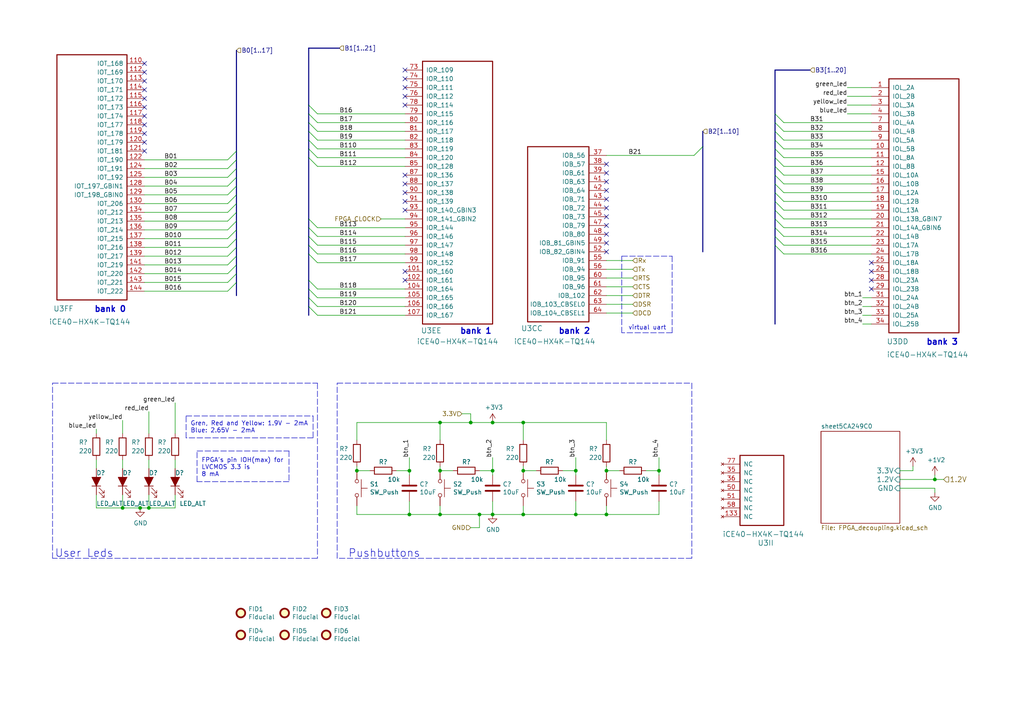
<source format=kicad_sch>
(kicad_sch (version 20231120) (generator "eeschema") (generator_version "8.0")
  (paper "A4")
  (title_block (title "FPGA Banks") (date "2020-04-19") (rev "1.2") (company "UTN - Facultad Regional Haedo - Grupo ASE"))
  (junction (at 127.635 149.225))
  (junction (at 191.135 136.525))
  (junction (at 151.765 122.555))
  (junction (at 175.895 149.225))
  (junction (at 142.875 136.525))
  (junction (at 40.64 147.32))
  (junction (at 167.005 136.525))
  (junction (at 35.56 147.32))
  (junction (at 127.635 122.555))
  (junction (at 127.635 136.525))
  (junction (at 271.145 139.065))
  (junction (at 136.525 122.555))
  (junction (at 151.765 149.225))
  (junction (at 118.745 149.225))
  (junction (at 175.895 136.525))
  (junction (at 167.005 149.225))
  (junction (at 43.18 147.32))
  (junction (at 139.065 149.225))
  (junction (at 151.765 136.525))
  (junction (at 142.875 122.555))
  (junction (at 103.505 136.525))
  (junction (at 118.745 136.525))
  (junction (at 142.875 149.225))
  (no_connect (at 41.91 18.415))
  (no_connect (at 175.895 47.625))
  (no_connect (at 41.91 33.655))
  (no_connect (at 252.73 81.28))
  (no_connect (at 41.91 36.195))
  (no_connect (at 175.895 65.405))
  (no_connect (at 175.895 70.485))
  (no_connect (at 252.73 76.2))
  (no_connect (at 175.895 73.025))
  (no_connect (at 41.91 23.495))
  (no_connect (at 117.475 30.48))
  (no_connect (at 175.895 55.245))
  (no_connect (at 117.475 27.94))
  (no_connect (at 175.895 60.325))
  (no_connect (at 117.475 58.42))
  (no_connect (at 41.91 38.735))
  (no_connect (at 117.475 25.4))
  (no_connect (at 117.475 22.86))
  (no_connect (at 117.475 55.88))
  (no_connect (at 41.91 43.815))
  (no_connect (at 41.91 20.955))
  (no_connect (at 117.475 60.96))
  (no_connect (at 252.73 83.82))
  (no_connect (at 41.91 28.575))
  (no_connect (at 41.91 31.115))
  (no_connect (at 117.475 50.8))
  (no_connect (at 117.475 53.34))
  (no_connect (at 117.475 20.32))
  (no_connect (at 41.91 26.035))
  (no_connect (at 175.895 52.705))
  (no_connect (at 175.895 67.945))
  (no_connect (at 117.475 78.74))
  (no_connect (at 252.73 78.74))
  (no_connect (at 41.91 41.275))
  (no_connect (at 175.895 50.165))
  (no_connect (at 175.895 57.785))
  (no_connect (at 117.475 81.28))
  (no_connect (at 175.895 62.865))
  (bus_entry (at 66.04 46.355) (size 2.54 -2.54))
  (bus_entry (at 224.79 33.02) (size 2.54 2.54))
  (bus_entry (at 89.535 45.72) (size 2.54 2.54))
  (bus_entry (at 66.04 53.975) (size 2.54 -2.54))
  (bus_entry (at 224.79 38.1) (size 2.54 2.54))
  (bus_entry (at 66.04 64.135) (size 2.54 -2.54))
  (bus_entry (at 66.04 71.755) (size 2.54 -2.54))
  (bus_entry (at 224.79 35.56) (size 2.54 2.54))
  (bus_entry (at 89.535 35.56) (size 2.54 2.54))
  (bus_entry (at 66.04 69.215) (size 2.54 -2.54))
  (bus_entry (at 89.535 81.28) (size 2.54 2.54))
  (bus_entry (at 224.79 48.26) (size 2.54 2.54))
  (bus_entry (at 224.79 68.58) (size 2.54 2.54))
  (bus_entry (at 224.79 40.64) (size 2.54 2.54))
  (bus_entry (at 89.535 83.82) (size 2.54 2.54))
  (bus_entry (at 89.535 73.66) (size 2.54 2.54))
  (bus_entry (at 89.535 33.02) (size 2.54 2.54))
  (bus_entry (at 66.04 81.915) (size 2.54 -2.54))
  (bus_entry (at 224.79 55.88) (size 2.54 2.54))
  (bus_entry (at 224.79 58.42) (size 2.54 2.54))
  (bus_entry (at 89.535 71.12) (size 2.54 2.54))
  (bus_entry (at 224.79 53.34) (size 2.54 2.54))
  (bus_entry (at 66.04 79.375) (size 2.54 -2.54))
  (bus_entry (at 66.04 74.295) (size 2.54 -2.54))
  (bus_entry (at 66.04 84.455) (size 2.54 -2.54))
  (bus_entry (at 89.535 30.48) (size 2.54 2.54))
  (bus_entry (at 89.535 40.64) (size 2.54 2.54))
  (bus_entry (at 224.79 60.96) (size 2.54 2.54))
  (bus_entry (at 224.79 66.04) (size 2.54 2.54))
  (bus_entry (at 89.535 88.9) (size 2.54 2.54))
  (bus_entry (at 89.535 68.58) (size 2.54 2.54))
  (bus_entry (at 89.535 43.18) (size 2.54 2.54))
  (bus_entry (at 89.535 66.04) (size 2.54 2.54))
  (bus_entry (at 66.04 66.675) (size 2.54 -2.54))
  (bus_entry (at 66.04 51.435) (size 2.54 -2.54))
  (bus_entry (at 224.79 71.12) (size 2.54 2.54))
  (bus_entry (at 66.04 61.595) (size 2.54 -2.54))
  (bus_entry (at 66.04 56.515) (size 2.54 -2.54))
  (bus_entry (at 89.535 63.5) (size 2.54 2.54))
  (bus_entry (at 224.79 50.8) (size 2.54 2.54))
  (bus_entry (at 89.535 38.1) (size 2.54 2.54))
  (bus_entry (at 224.79 63.5) (size 2.54 2.54))
  (bus_entry (at 224.79 45.72) (size 2.54 2.54))
  (bus_entry (at 66.04 76.835) (size 2.54 -2.54))
  (bus_entry (at 201.295 45.085) (size 2.54 -2.54))
  (bus_entry (at 89.535 86.36) (size 2.54 2.54))
  (bus_entry (at 66.04 48.895) (size 2.54 -2.54))
  (bus_entry (at 66.04 59.055) (size 2.54 -2.54))
  (bus_entry (at 224.79 43.18) (size 2.54 2.54))
  (wire (pts (xy 175.895 45.085) (xy 201.295 45.085)))
  (wire (pts (xy 163.195 136.525) (xy 167.005 136.525)))
  (wire (pts (xy 92.075 88.9) (xy 117.475 88.9)))
  (bus (pts (xy 89.535 71.12) (xy 89.535 73.66)))
  (wire (pts (xy 118.745 149.225) (xy 127.635 149.225)))
  (wire (pts (xy 92.075 76.2) (xy 117.475 76.2)))
  (bus (pts (xy 68.58 66.675) (xy 68.58 69.215)))
  (wire (pts (xy 41.91 61.595) (xy 66.04 61.595)))
  (polyline (pts (xy 194.945 74.295) (xy 194.945 96.52)) (stroke (width 0) (type dash)))
  (wire (pts (xy 175.895 90.805) (xy 183.515 90.805)))
  (bus (pts (xy 89.535 13.97) (xy 89.535 30.48)))
  (bus (pts (xy 68.58 56.515) (xy 68.58 59.055)))
  (wire (pts (xy 175.895 122.555) (xy 175.895 127.635)))
  (wire (pts (xy 252.73 30.48) (xy 245.745 30.48)))
  (wire (pts (xy 92.075 86.36) (xy 117.475 86.36)))
  (bus (pts (xy 89.535 81.28) (xy 89.535 83.82)))
  (wire (pts (xy 41.91 59.055) (xy 66.04 59.055)))
  (wire (pts (xy 245.745 27.94) (xy 252.73 27.94)))
  (wire (pts (xy 127.635 122.555) (xy 136.525 122.555)))
  (wire (pts (xy 131.445 136.525) (xy 127.635 136.525)))
  (wire (pts (xy 260.985 141.605) (xy 271.145 141.605)))
  (wire (pts (xy 252.73 93.98) (xy 250.19 93.98)))
  (wire (pts (xy 103.505 127.635) (xy 103.505 122.555)))
  (wire (pts (xy 92.075 68.58) (xy 117.475 68.58)))
  (wire (pts (xy 142.875 122.555) (xy 151.765 122.555)))
  (wire (pts (xy 41.91 69.215) (xy 66.04 69.215)))
  (wire (pts (xy 50.8 116.84) (xy 50.8 125.73)))
  (bus (pts (xy 224.79 68.58) (xy 224.79 71.12)))
  (wire (pts (xy 175.895 88.265) (xy 183.515 88.265)))
  (wire (pts (xy 139.065 136.525) (xy 142.875 136.525)))
  (wire (pts (xy 92.075 40.64) (xy 117.475 40.64)))
  (wire (pts (xy 227.33 38.1) (xy 252.73 38.1)))
  (polyline (pts (xy 53.975 127) (xy 53.975 120.65)) (stroke (width 0) (type dash)))
  (wire (pts (xy 92.075 35.56) (xy 117.475 35.56)))
  (wire (pts (xy 35.56 133.35) (xy 35.56 135.89)))
  (wire (pts (xy 252.73 33.02) (xy 245.745 33.02)))
  (bus (pts (xy 89.535 30.48) (xy 89.535 33.02)))
  (wire (pts (xy 136.525 120.015) (xy 136.525 122.555)))
  (wire (pts (xy 264.795 136.525) (xy 264.795 135.255)))
  (bus (pts (xy 68.58 76.835) (xy 68.58 79.375)))
  (wire (pts (xy 167.005 149.225) (xy 167.005 145.415)))
  (polyline (pts (xy 97.79 161.925) (xy 97.79 111.125)) (stroke (width 0) (type dash)))
  (wire (pts (xy 273.685 139.065) (xy 271.145 139.065)))
  (bus (pts (xy 224.79 55.88) (xy 224.79 58.42)))
  (polyline (pts (xy 90.805 127) (xy 53.975 127)) (stroke (width 0) (type dash)))
  (polyline (pts (xy 180.34 74.295) (xy 194.945 74.295)) (stroke (width 0) (type dash)))
  (bus (pts (xy 224.79 43.18) (xy 224.79 45.72)))
  (wire (pts (xy 179.705 136.525) (xy 175.895 136.525)))
  (bus (pts (xy 203.835 42.545) (xy 203.835 73.025)))
  (wire (pts (xy 50.8 147.32) (xy 43.18 147.32)))
  (bus (pts (xy 89.535 45.72) (xy 89.535 63.5)))
  (wire (pts (xy 41.91 71.755) (xy 66.04 71.755)))
  (bus (pts (xy 68.58 14.605) (xy 68.58 43.815)))
  (wire (pts (xy 191.135 132.715) (xy 191.135 136.525)))
  (wire (pts (xy 167.005 132.715) (xy 167.005 136.525)))
  (wire (pts (xy 136.525 153.035) (xy 139.065 153.035)))
  (wire (pts (xy 260.985 136.525) (xy 264.795 136.525)))
  (bus (pts (xy 68.58 64.135) (xy 68.58 66.675)))
  (wire (pts (xy 41.91 46.355) (xy 66.04 46.355)))
  (wire (pts (xy 92.075 91.44) (xy 117.475 91.44)))
  (wire (pts (xy 252.73 91.44) (xy 250.19 91.44)))
  (bus (pts (xy 89.535 86.36) (xy 89.535 88.9)))
  (wire (pts (xy 35.56 143.51) (xy 35.56 147.32)))
  (wire (pts (xy 245.745 25.4) (xy 252.73 25.4)))
  (wire (pts (xy 92.075 73.66) (xy 117.475 73.66)))
  (wire (pts (xy 103.505 146.685) (xy 103.505 149.225)))
  (bus (pts (xy 89.535 88.9) (xy 89.535 91.44)))
  (bus (pts (xy 224.79 63.5) (xy 224.79 66.04)))
  (polyline (pts (xy 53.975 120.65) (xy 90.805 120.65)) (stroke (width 0) (type dash)))
  (wire (pts (xy 227.33 73.66) (xy 252.73 73.66)))
  (wire (pts (xy 227.33 50.8) (xy 252.73 50.8)))
  (wire (pts (xy 41.91 64.135) (xy 66.04 64.135)))
  (wire (pts (xy 142.875 149.225) (xy 139.065 149.225)))
  (wire (pts (xy 136.525 122.555) (xy 142.875 122.555)))
  (polyline (pts (xy 194.945 96.52) (xy 180.34 96.52)) (stroke (width 0) (type dash)))
  (wire (pts (xy 27.94 143.51) (xy 27.94 147.32)))
  (wire (pts (xy 114.935 136.525) (xy 118.745 136.525)))
  (bus (pts (xy 68.58 59.055) (xy 68.58 61.595)))
  (wire (pts (xy 41.91 74.295) (xy 66.04 74.295)))
  (wire (pts (xy 175.895 83.185) (xy 183.515 83.185)))
  (bus (pts (xy 89.535 83.82) (xy 89.535 86.36)))
  (wire (pts (xy 227.33 35.56) (xy 252.73 35.56)))
  (bus (pts (xy 68.58 46.355) (xy 68.58 48.895)))
  (wire (pts (xy 227.33 58.42) (xy 252.73 58.42)))
  (bus (pts (xy 89.535 63.5) (xy 89.535 66.04)))
  (wire (pts (xy 142.875 149.225) (xy 142.875 145.415)))
  (wire (pts (xy 139.065 149.225) (xy 127.635 149.225)))
  (wire (pts (xy 117.475 63.5) (xy 110.49 63.5)))
  (wire (pts (xy 191.135 137.795) (xy 191.135 136.525)))
  (polyline (pts (xy 92.075 161.925) (xy 15.24 161.925)) (stroke (width 0) (type dash)))
  (wire (pts (xy 127.635 127.635) (xy 127.635 122.555)))
  (wire (pts (xy 151.765 146.685) (xy 151.765 149.225)))
  (wire (pts (xy 92.075 66.04) (xy 117.475 66.04)))
  (wire (pts (xy 41.91 51.435) (xy 66.04 51.435)))
  (bus (pts (xy 68.58 69.215) (xy 68.58 71.755)))
  (wire (pts (xy 191.135 149.225) (xy 175.895 149.225)))
  (bus (pts (xy 89.535 13.97) (xy 98.425 13.97)))
  (bus (pts (xy 89.535 38.1) (xy 89.535 40.64)))
  (polyline (pts (xy 57.15 139.7) (xy 57.15 130.81)) (stroke (width 0) (type dash)))
  (polyline (pts (xy 200.66 161.925) (xy 97.79 161.925)) (stroke (width 0) (type dash)))
  (wire (pts (xy 43.18 147.32) (xy 40.64 147.32)))
  (wire (pts (xy 41.91 48.895) (xy 66.04 48.895)))
  (wire (pts (xy 175.895 78.105) (xy 183.515 78.105)))
  (bus (pts (xy 224.79 58.42) (xy 224.79 60.96)))
  (bus (pts (xy 68.58 61.595) (xy 68.58 64.135)))
  (bus (pts (xy 203.835 38.1) (xy 203.835 42.545)))
  (wire (pts (xy 92.075 33.02) (xy 117.475 33.02)))
  (bus (pts (xy 224.79 40.64) (xy 224.79 43.18)))
  (wire (pts (xy 66.04 84.455) (xy 41.91 84.455)))
  (wire (pts (xy 41.91 53.975) (xy 66.04 53.975)))
  (wire (pts (xy 92.075 83.82) (xy 117.475 83.82)))
  (bus (pts (xy 224.79 71.12) (xy 224.79 93.98)))
  (wire (pts (xy 175.895 80.645) (xy 183.515 80.645)))
  (bus (pts (xy 68.58 51.435) (xy 68.58 53.975)))
  (bus (pts (xy 68.58 48.895) (xy 68.58 51.435)))
  (bus (pts (xy 224.79 53.34) (xy 224.79 55.88)))
  (wire (pts (xy 175.895 135.255) (xy 175.895 136.525)))
  (bus (pts (xy 89.535 73.66) (xy 89.535 81.28)))
  (wire (pts (xy 252.73 88.9) (xy 250.19 88.9)))
  (wire (pts (xy 187.325 136.525) (xy 191.135 136.525)))
  (wire (pts (xy 43.18 143.51) (xy 43.18 147.32)))
  (bus (pts (xy 224.79 48.26) (xy 224.79 50.8)))
  (bus (pts (xy 89.535 33.02) (xy 89.535 35.56)))
  (wire (pts (xy 118.745 149.225) (xy 118.745 145.415)))
  (wire (pts (xy 227.33 60.96) (xy 252.73 60.96)))
  (wire (pts (xy 92.075 43.18) (xy 117.475 43.18)))
  (wire (pts (xy 103.505 149.225) (xy 118.745 149.225)))
  (wire (pts (xy 27.94 125.73) (xy 27.94 124.46)))
  (bus (pts (xy 68.58 79.375) (xy 68.58 81.915)))
  (wire (pts (xy 227.33 48.26) (xy 252.73 48.26)))
  (wire (pts (xy 271.145 141.605) (xy 271.145 142.875)))
  (bus (pts (xy 89.535 43.18) (xy 89.535 45.72)))
  (wire (pts (xy 227.33 66.04) (xy 252.73 66.04)))
  (wire (pts (xy 227.33 43.18) (xy 252.73 43.18)))
  (bus (pts (xy 68.58 81.915) (xy 68.58 85.725)))
  (wire (pts (xy 151.765 135.255) (xy 151.765 136.525)))
  (wire (pts (xy 41.91 66.675) (xy 66.04 66.675)))
  (wire (pts (xy 35.56 121.92) (xy 35.56 125.73)))
  (bus (pts (xy 89.535 35.56) (xy 89.535 38.1)))
  (wire (pts (xy 227.33 68.58) (xy 252.73 68.58)))
  (wire (pts (xy 191.135 149.225) (xy 191.135 145.415)))
  (bus (pts (xy 89.535 66.04) (xy 89.535 68.58)))
  (wire (pts (xy 41.91 79.375) (xy 66.04 79.375)))
  (bus (pts (xy 224.79 20.32) (xy 234.95 20.32)))
  (wire (pts (xy 142.875 132.715) (xy 142.875 136.525)))
  (bus (pts (xy 224.79 45.72) (xy 224.79 48.26)))
  (polyline (pts (xy 97.79 111.125) (xy 200.66 111.125)) (stroke (width 0) (type dash)))
  (wire (pts (xy 227.33 53.34) (xy 252.73 53.34)))
  (wire (pts (xy 142.875 149.225) (xy 151.765 149.225)))
  (wire (pts (xy 271.145 139.065) (xy 271.145 137.795)))
  (bus (pts (xy 224.79 60.96) (xy 224.79 63.5)))
  (wire (pts (xy 133.985 120.015) (xy 136.525 120.015)))
  (wire (pts (xy 50.8 133.35) (xy 50.8 135.89)))
  (wire (pts (xy 151.765 127.635) (xy 151.765 122.555)))
  (wire (pts (xy 175.895 75.565) (xy 183.515 75.565)))
  (wire (pts (xy 252.73 86.36) (xy 250.19 86.36)))
  (bus (pts (xy 224.79 33.02) (xy 224.79 35.56)))
  (polyline (pts (xy 92.075 111.125) (xy 92.075 161.925)) (stroke (width 0) (type dash)))
  (wire (pts (xy 175.895 146.685) (xy 175.895 149.225)))
  (wire (pts (xy 260.985 139.065) (xy 271.145 139.065)))
  (wire (pts (xy 103.505 122.555) (xy 127.635 122.555)))
  (wire (pts (xy 139.065 153.035) (xy 139.065 149.225)))
  (wire (pts (xy 107.315 136.525) (xy 103.505 136.525)))
  (bus (pts (xy 68.58 74.295) (xy 68.58 76.835)))
  (wire (pts (xy 50.8 143.51) (xy 50.8 147.32)))
  (bus (pts (xy 224.79 35.56) (xy 224.79 38.1)))
  (wire (pts (xy 227.33 71.12) (xy 252.73 71.12)))
  (wire (pts (xy 92.075 38.1) (xy 117.475 38.1)))
  (wire (pts (xy 175.895 85.725) (xy 183.515 85.725)))
  (wire (pts (xy 167.005 137.795) (xy 167.005 136.525)))
  (bus (pts (xy 224.79 66.04) (xy 224.79 68.58)))
  (wire (pts (xy 41.91 76.835) (xy 66.04 76.835)))
  (wire (pts (xy 103.505 135.255) (xy 103.505 136.525)))
  (polyline (pts (xy 180.34 96.52) (xy 180.34 74.295)) (stroke (width 0) (type dash)))
  (wire (pts (xy 227.33 63.5) (xy 252.73 63.5)))
  (wire (pts (xy 127.635 146.685) (xy 127.635 149.225)))
  (wire (pts (xy 27.94 147.32) (xy 35.56 147.32)))
  (bus (pts (xy 224.79 38.1) (xy 224.79 40.64)))
  (wire (pts (xy 118.745 136.525) (xy 118.745 132.715)))
  (wire (pts (xy 227.33 40.64) (xy 252.73 40.64)))
  (polyline (pts (xy 200.66 111.125) (xy 200.66 161.925)) (stroke (width 0) (type dash)))
  (wire (pts (xy 227.33 45.72) (xy 252.73 45.72)))
  (bus (pts (xy 89.535 40.64) (xy 89.535 43.18)))
  (bus (pts (xy 89.535 68.58) (xy 89.535 71.12)))
  (wire (pts (xy 127.635 135.255) (xy 127.635 136.525)))
  (wire (pts (xy 167.005 149.225) (xy 151.765 149.225)))
  (polyline (pts (xy 15.24 161.925) (xy 15.24 111.125)) (stroke (width 0) (type dash)))
  (bus (pts (xy 68.58 43.815) (xy 68.58 46.355)))
  (wire (pts (xy 66.04 56.515) (xy 41.91 56.515)))
  (polyline (pts (xy 90.805 120.65) (xy 90.805 127)) (stroke (width 0) (type dash)))
  (polyline (pts (xy 83.82 130.81) (xy 83.82 139.7)) (stroke (width 0) (type dash)))
  (wire (pts (xy 35.56 147.32) (xy 40.64 147.32)))
  (wire (pts (xy 41.91 81.915) (xy 66.04 81.915)))
  (bus (pts (xy 68.58 71.755) (xy 68.58 74.295)))
  (wire (pts (xy 167.005 149.225) (xy 175.895 149.225)))
  (polyline (pts (xy 15.24 111.125) (xy 92.075 111.125)) (stroke (width 0) (type dash)))
  (wire (pts (xy 92.075 71.12) (xy 117.475 71.12)))
  (bus (pts (xy 224.79 20.32) (xy 224.79 33.02)))
  (wire (pts (xy 118.745 137.795) (xy 118.745 136.525)))
  (wire (pts (xy 43.18 133.35) (xy 43.18 135.89)))
  (bus (pts (xy 68.58 53.975) (xy 68.58 56.515)))
  (polyline (pts (xy 57.15 130.81) (xy 83.82 130.81)) (stroke (width 0) (type dash)))
  (wire (pts (xy 155.575 136.525) (xy 151.765 136.525)))
  (wire (pts (xy 92.075 45.72) (xy 117.475 45.72)))
  (wire (pts (xy 142.875 137.795) (xy 142.875 136.525)))
  (bus (pts (xy 224.79 50.8) (xy 224.79 53.34)))
  (wire (pts (xy 227.33 55.88) (xy 252.73 55.88)))
  (wire (pts (xy 43.18 119.38) (xy 43.18 125.73)))
  (wire (pts (xy 27.94 133.35) (xy 27.94 135.89)))
  (wire (pts (xy 151.765 122.555) (xy 175.895 122.555)))
  (wire (pts (xy 92.075 48.26) (xy 117.475 48.26)))
  (polyline (pts (xy 83.82 139.7) (xy 57.15 139.7)) (stroke (width 0) (type dash)))
  (text "virtual uart" (at 182.245 95.885 0) (effects (font (size 1.27 1.27)) (justify left bottom)))
  (text "bank 1" (at 133.35 97.155 0) (effects (font (size 1.7018 1.7018) (thickness 0.3404) (bold yes)) (justify left bottom)))
  (text "bank 0" (at 27.305 90.805 0) (effects (font (size 1.7018 1.7018) (thickness 0.3404) (bold yes)) (justify left bottom)))
  (text "bank 3" (at 268.605 100.33 0) (effects (font (size 1.7018 1.7018) (thickness 0.3404) (bold yes)) (justify left bottom)))
  (text "FPGA's pin IOH(max) for \nLVCMOS 3.3 is \n8 mA" (at 58.42 138.43 0) (effects (font (size 1.27 1.27)) (justify left bottom)))
  (text "Pushbuttons" (at 100.965 161.925 0) (effects (font (size 2.2606 2.2606)) (justify left bottom)))
  (text "bank 2" (at 161.925 97.155 0) (effects (font (size 1.7018 1.7018) (thickness 0.3404) (bold yes)) (justify left bottom)))
  (text "Gren, Red and Yellow: 1.9V - 2mA\nBlue: 2.65V - 2mA" (at 55.245 125.73 0) (effects (font (size 1.27 1.27)) (justify left bottom)))
  (text "User Leds" (at 15.875 161.925 0) (effects (font (size 2.2606 2.2606)) (justify left bottom)))
  (label "B314" (at 234.95 68.58 0))
  (label "blue_led" (at 245.745 33.02 180))
  (label "B34" (at 234.95 43.18 0))
  (label "B118" (at 98.425 83.82 0))
  (label "B32" (at 234.95 38.1 0))
  (label "B110" (at 98.425 43.18 0))
  (label "B120" (at 98.425 88.9 0))
  (label "B315" (at 234.95 71.12 0))
  (label "B311" (at 234.95 60.96 0))
  (label "btn_4" (at 191.135 132.715 90))
  (label "red_led" (at 43.18 119.38 180))
  (label "B33" (at 234.95 40.64 0))
  (label "B112" (at 98.425 48.26 0))
  (label "B111" (at 98.425 45.72 0))
  (label "B37" (at 234.95 50.8 0))
  (label "btn_2" (at 142.875 132.715 90))
  (label "B39" (at 234.95 55.88 0))
  (label "B012" (at 47.625 74.295 0))
  (label "B121" (at 98.425 91.44 0))
  (label "B17" (at 98.425 35.56 0))
  (label "btn_2" (at 250.19 88.9 180))
  (label "B015" (at 47.625 81.915 0))
  (label "B38" (at 234.95 53.34 0))
  (label "B016" (at 47.625 84.455 0))
  (label "B01" (at 47.625 46.355 0))
  (label "B113" (at 98.425 66.04 0))
  (label "B313" (at 234.95 66.04 0))
  (label "B05" (at 47.625 56.515 0))
  (label "B115" (at 98.425 71.12 0))
  (label "green_led" (at 245.745 25.4 180))
  (label "B07" (at 47.625 61.595 0))
  (label "B010" (at 47.625 69.215 0))
  (label "B31" (at 234.95 35.56 0))
  (label "B119" (at 98.425 86.36 0))
  (label "B04" (at 47.625 53.975 0))
  (label "blue_led" (at 27.94 124.46 180))
  (label "B16" (at 98.425 33.02 0))
  (label "btn_4" (at 250.19 93.98 180))
  (label "red_led" (at 245.745 27.94 180))
  (label "B013" (at 47.625 76.835 0))
  (label "btn_1" (at 250.19 86.36 180))
  (label "green_led" (at 50.8 116.84 180))
  (label "B19" (at 98.425 40.64 0))
  (label "B06" (at 47.625 59.055 0))
  (label "yellow_led" (at 245.745 30.48 180))
  (label "B08" (at 47.625 64.135 0))
  (label "yellow_led" (at 35.56 121.92 180))
  (label "B014" (at 47.625 79.375 0))
  (label "B011" (at 47.625 71.755 0))
  (label "btn_3" (at 250.19 91.44 180))
  (label "B02" (at 47.625 48.895 0))
  (label "B09" (at 47.625 66.675 0))
  (label "B36" (at 234.95 48.26 0))
  (label "B117" (at 98.425 76.2 0))
  (label "btn_3" (at 167.005 132.715 90))
  (label "B18" (at 98.425 38.1 0))
  (label "btn_1" (at 118.745 132.715 90))
  (label "B316" (at 234.95 73.66 0))
  (label "B03" (at 47.625 51.435 0))
  (label "B21" (at 182.245 45.085 0))
  (label "B114" (at 98.425 68.58 0))
  (label "B35" (at 234.95 45.72 0))
  (label "B312" (at 234.95 63.5 0))
  (label "B116" (at 98.425 73.66 0))
  (label "B310" (at 234.95 58.42 0))
  (hierarchical_label "Tx" (shape input) (at 183.515 78.105 0))
  (hierarchical_label "B0[1..17]" (shape input) (at 68.58 14.605 0))
  (hierarchical_label "DSR" (shape input) (at 183.515 88.265 0))
  (hierarchical_label "1.2V" (shape input) (at 273.685 139.065 0) (effects (font (size 1.4986 1.4986))))
  (hierarchical_label "GND" (shape input) (at 136.525 153.035 180))
  (hierarchical_label "3.3V" (shape input) (at 133.985 120.015 180))
  (hierarchical_label "DCD" (shape input) (at 183.515 90.805 0))
  (hierarchical_label "B3[1..20]" (shape input) (at 234.95 20.32 0))
  (hierarchical_label "B1[1..21]" (shape input) (at 98.425 13.97 0))
  (hierarchical_label "RTS" (shape input) (at 183.515 80.645 0))
  (hierarchical_label "Rx" (shape input) (at 183.515 75.565 0))
  (hierarchical_label "B2[1..10]" (shape input) (at 203.835 38.1 0))
  (hierarchical_label "FPGA_CLOCK" (shape input) (at 110.49 63.5 180))
  (hierarchical_label "CTS" (shape input) (at 183.515 83.185 0))
  (hierarchical_label "DTR" (shape input) (at 183.515 85.725 0))
  (symbol (lib_id "ice40-hx4k-tq144:iCE40-HX4K-TQ144") (at 175.895 45.085 0) (mirror y) (unit 3)
    (property "Reference" "U3C" (at 157.48 95.25 0) (effects (font (size 1.524 1.524)) (justify left)))
    (property "Value" "iCE40-HX4K-TQ144" (at 172.72 99.06 0) (effects (font (size 1.524 1.524)) (justify left)))
    (property "Footprint" "footprints:QFP50P2200X2200X160-144N" (effects (hide yes)))
    (property "EmptyField" "-" (effects (hide yes)))
    (property "DatasheetName" "iCE40 LP/HX Family" (effects (hide yes)))
    (property "DatasheetLink" "https://ar.mouser.com/datasheet/2/225/FPGA-DS-02029-3-5-iCE40-LP-HX-Family-Data-Sheet-1022803.pdf" (effects (hide yes)))
    (property "Manufacturer" "Lattice" (effects (hide yes)))
    (property "OrderCode" "iCE40HX4K-TQ144" (effects (hide yes)))
    (property "ProviderLink" "https://ar.mouser.com/ProductDetail/Lattice/iCE40HX4K-TQ144?qs=%2Fha2pyFaduhJzbKPIVyuV1AxwgvoWTwReZRNA8sS2pFlkrTUNkMLRQ%3D%3D" (effects (hide yes)))
    (property "ProviderOrderCode" "842-ICE40HX4K-TQ144" (effects (hide yes)))
    (property "ComponentTechnology" "-" (effects (hide yes)))
    (property "Description" "FPGA - Field Programmable Gate Array iCE40HX 3520 LUTs 1.2V Ultra Low-Power" (effects (hide yes)))
  )
  (symbol (lib_id "ice40-hx4k-tq144:iCE40-HX4K-TQ144") (at 252.73 25.4 0) (unit 4)
    (property "Reference" "U3D" (at 257.175 99.06 0) (effects (font (size 1.524 1.524)) (justify left)))
    (property "Value" "iCE40-HX4K-TQ144" (at 257.175 102.87 0) (effects (font (size 1.524 1.524)) (justify left)))
    (property "Footprint" "footprints:QFP50P2200X2200X160-144N" (effects (hide yes)))
    (property "EmptyField" "-" (effects (hide yes)))
    (property "DatasheetName" "iCE40 LP/HX Family" (effects (hide yes)))
    (property "DatasheetLink" "https://ar.mouser.com/datasheet/2/225/FPGA-DS-02029-3-5-iCE40-LP-HX-Family-Data-Sheet-1022803.pdf" (effects (hide yes)))
    (property "Manufacturer" "Lattice" (effects (hide yes)))
    (property "OrderCode" "iCE40HX4K-TQ144" (effects (hide yes)))
    (property "ProviderLink" "https://ar.mouser.com/ProductDetail/Lattice/iCE40HX4K-TQ144?qs=%2Fha2pyFaduhJzbKPIVyuV1AxwgvoWTwReZRNA8sS2pFlkrTUNkMLRQ%3D%3D" (effects (hide yes)))
    (property "ProviderOrderCode" "842-ICE40HX4K-TQ144" (effects (hide yes)))
    (property "ComponentTechnology" "-" (effects (hide yes)))
    (property "Description" "FPGA - Field Programmable Gate Array iCE40HX 3520 LUTs 1.2V Ultra Low-Power" (effects (hide yes)))
  )
  (symbol (lib_id "ice40-hx4k-tq144:iCE40-HX4K-TQ144") (at 117.475 20.32 0) (unit 5)
    (property "Reference" "U3E" (at 125.095 95.885 0) (effects (font (size 1.524 1.524))))
    (property "Value" "iCE40-HX4K-TQ144" (at 132.715 99.06 0) (effects (font (size 1.524 1.524))))
    (property "Footprint" "footprints:QFP50P2200X2200X160-144N" (effects (hide yes)))
    (property "EmptyField" "-" (effects (hide yes)))
    (property "DatasheetName" "iCE40 LP/HX Family" (effects (hide yes)))
    (property "DatasheetLink" "https://ar.mouser.com/datasheet/2/225/FPGA-DS-02029-3-5-iCE40-LP-HX-Family-Data-Sheet-1022803.pdf" (effects (hide yes)))
    (property "Manufacturer" "Lattice" (effects (hide yes)))
    (property "OrderCode" "iCE40HX4K-TQ144" (effects (hide yes)))
    (property "ProviderLink" "https://ar.mouser.com/ProductDetail/Lattice/iCE40HX4K-TQ144?qs=%2Fha2pyFaduhJzbKPIVyuV1AxwgvoWTwReZRNA8sS2pFlkrTUNkMLRQ%3D%3D" (effects (hide yes)))
    (property "ProviderOrderCode" "842-ICE40HX4K-TQ144" (effects (hide yes)))
    (property "ComponentTechnology" "-" (effects (hide yes)))
    (property "Description" "FPGA - Field Programmable Gate Array iCE40HX 3520 LUTs 1.2V Ultra Low-Power" (effects (hide yes)))
  )
  (symbol (lib_id "ice40-hx4k-tq144:iCE40-HX4K-TQ144") (at 41.91 20.955 0) (mirror y) (unit 6)
    (property "Reference" "U3F" (at 18.415 89.535 0) (effects (font (size 1.524 1.524))))
    (property "Value" "iCE40-HX4K-TQ144" (at 26.035 93.345 0) (effects (font (size 1.524 1.524))))
    (property "Footprint" "footprints:QFP50P2200X2200X160-144N" (effects (hide yes)))
    (property "EmptyField" "-" (effects (hide yes)))
    (property "DatasheetName" "iCE40 LP/HX Family" (effects (hide yes)))
    (property "DatasheetLink" "https://ar.mouser.com/datasheet/2/225/FPGA-DS-02029-3-5-iCE40-LP-HX-Family-Data-Sheet-1022803.pdf" (effects (hide yes)))
    (property "Manufacturer" "Lattice" (effects (hide yes)))
    (property "OrderCode" "iCE40HX4K-TQ144" (effects (hide yes)))
    (property "ProviderLink" "https://ar.mouser.com/ProductDetail/Lattice/iCE40HX4K-TQ144?qs=%2Fha2pyFaduhJzbKPIVyuV1AxwgvoWTwReZRNA8sS2pFlkrTUNkMLRQ%3D%3D" (effects (hide yes)))
    (property "ProviderOrderCode" "842-ICE40HX4K-TQ144" (effects (hide yes)))
    (property "ComponentTechnology" "-" (effects (hide yes)))
    (property "Description" "FPGA - Field Programmable Gate Array iCE40HX 3520 LUTs 1.2V Ultra Low-Power" (effects (hide yes)))
  )
  (symbol (lib_id "FPGA para todos-rescue:GND-power-FPGA-para-todos-rescue") (at 40.64 147.32 0) (unit 1)
    (property "Reference" "#PWR0102" (effects (hide yes)))
    (property "Value" "GND" (at 40.767 151.7142 0))
  )
  (symbol (lib_id "FPGA para todos-rescue:SW_Push-Switch-FPGA-para-todos-rescue") (at 103.505 141.605 270) (unit 1)
    (property "Reference" "S1" (at 107.2642 140.4366 90) (effects (justify left)))
    (property "Value" "SW_Push" (at 107.2642 142.748 90) (effects (justify left)))
    (property "Footprint" "footprints:PANASONIC_EVPBF_6MM_SMD" (effects (hide yes)))
    (property "EmptyField" "-" (effects (hide yes)))
    (property "DatasheetName" "6mm Square Middle Travel SMD - Light Touch Switch" (effects (hide yes)))
    (property "DatasheetLink" "https://ar.mouser.com/datasheet/2/315/ATK0000C432-1596775.pdf" (effects (hide yes)))
    (property "Manufacturer" "Panasonic Electronic Components" (effects (hide yes)))
    (property "OrderCode" "EVP-BFAC1A000 " (effects (hide yes)))
    (property "ProviderLink" "https://ar.mouser.com/ProductDetail/Panasonic/EVP-BFAC1A000?qs=%2Fha2pyFaduhQKotS%2Ff94%252BL6nruOHK912WqNsXCVfA9zBw7l2PXLJYA==" (effects (hide yes)))
    (property "ProviderOrderCode" "667-EVP-BFAC1A000 " (effects (hide yes)))
    (property "ComponentTechnology" "-" (effects (hide yes)))
  )
  (symbol (lib_id "FPGA para todos-rescue:+3.3V-power-FPGA-para-todos-rescue") (at 142.875 122.555 0) (unit 1)
    (property "Reference" "#PWR0103" (effects (hide yes)))
    (property "Value" "+3V3" (at 143.256 118.1608 0))
  )
  (symbol (lib_id "FPGA para todos-rescue:GND-power-FPGA-para-todos-rescue") (at 142.875 149.225 0) (unit 1)
    (property "Reference" "#PWR0104" (effects (hide yes)))
    (property "Value" "GND" (at 143.002 153.6192 0))
  )
  (symbol (lib_id "FPGA para todos-rescue:+1V2-power-FPGA-para-todos-rescue") (at 271.145 137.795 0) (unit 1)
    (property "Reference" "#PWR0105" (effects (hide yes)))
    (property "Value" "+1V2" (at 271.526 133.4008 0))
    (instances (project "" (path "" (reference "#PWR?") (unit 1)) (path "" (reference "#PWR0105") (unit 1))))
  )
  (symbol (lib_id "FPGA para todos-rescue:GND-power-FPGA-para-todos-rescue") (at 271.145 142.875 0) (unit 1)
    (property "Reference" "#PWR0132" (effects (hide yes)))
    (property "Value" "GND" (at 271.272 147.2692 0))
  )
  (symbol (lib_id "FPGA para todos-rescue:+3.3V-power-FPGA-para-todos-rescue") (at 264.795 135.255 0) (unit 1)
    (property "Reference" "#PWR0133" (effects (hide yes)))
    (property "Value" "+3V3" (at 265.176 130.8608 0))
  )
  (symbol (lib_id "ice40-hx4k-tq144:iCE40-HX4K-TQ144") (at 209.55 134.62 0) (unit 9)
    (property "Reference" "U3I" (at 219.71 157.48 0) (effects (font (size 1.524 1.524)) (justify left)))
    (property "Value" "iCE40-HX4K-TQ144" (at 209.55 154.94 0) (effects (font (size 1.524 1.524)) (justify left)))
    (property "Footprint" "footprints:QFP50P2200X2200X160-144N" (effects (hide yes)))
    (property "EmptyField" "-" (effects (hide yes)))
    (property "DatasheetName" "iCE40 LP/HX Family" (effects (hide yes)))
    (property "DatasheetLink" "https://ar.mouser.com/datasheet/2/225/FPGA-DS-02029-3-5-iCE40-LP-HX-Family-Data-Sheet-1022803.pdf" (effects (hide yes)))
    (property "Manufacturer" "Lattice" (effects (hide yes)))
    (property "OrderCode" "iCE40HX4K-TQ144" (effects (hide yes)))
    (property "ProviderLink" "https://ar.mouser.com/ProductDetail/Lattice/iCE40HX4K-TQ144?qs=%2Fha2pyFaduhJzbKPIVyuV1AxwgvoWTwReZRNA8sS2pFlkrTUNkMLRQ%3D%3D" (effects (hide yes)))
    (property "ProviderOrderCode" "842-ICE40HX4K-TQ144" (effects (hide yes)))
    (property "ComponentTechnology" "-" (effects (hide yes)))
    (property "Description" "FPGA - Field Programmable Gate Array iCE40HX 3520 LUTs 1.2V Ultra Low-Power" (effects (hide yes)))
  )
  (symbol (lib_id "FPGA para todos-rescue:R-Device-FPGA-para-todos-rescue") (at 103.505 131.445 0) (unit 1)
    (property "Reference" "R?" (at 98.425 130.175 0) (effects (justify left)))
    (property "Value" "220" (at 98.425 132.715 0) (effects (justify left)))
    (property "Footprint" "footprints:R_0805_2012Metric_Pad1.15x1.40mm_HandSolder" (effects (hide yes)))
    (property "EmptyField" "-" (effects (hide yes)))
    (property "DatasheetName" "THIN FILMCHIP RESISTORS High precision-high stability" (effects (hide yes)))
    (property "DatasheetLink" "https://ar.mouser.com/datasheet/2/447/PYu-RT_1-to-0.01_RoHS_L_9-1222720.pdf" (effects (hide yes)))
    (property "Manufacturer" "YAGEO" (effects (hide yes)))
    (property "OrderCode" "RT0805FRE07220RL" (effects (hide yes)))
    (property "ProviderLink" "https://ar.mouser.com/ProductDetail/Yageo/RT0805FRE07220RL?qs=sGAEpiMZZMu61qfTUdNhGzNxiTetzVBnVuRR09dJyS0%3D" (effects (hide yes)))
    (property "ProviderOrderCode" "603-RT0805FRE07220RL" (effects (hide yes)))
    (property "ComponentTechnology" "THIN FILM CHIP RESISTORS" (effects (hide yes)))
    (property "Description" "Thin Film Resistors - SMD 1/8W 220 ohm 1% 50ppm" (effects (hide yes)))
    (instances (project "" (path "" (reference "R?") (unit 1)) (path "" (reference "R?") (unit 1)) (path "" (reference "R8") (unit 1))))
  )
  (symbol (lib_id "FPGA para todos-rescue:R-Device-FPGA-para-todos-rescue") (at 111.125 136.525 270) (unit 1)
    (property "Reference" "R?" (at 109.855 133.985 90) (effects (justify left)))
    (property "Value" "10k" (at 112.395 139.065 90) (effects (justify left)))
    (property "Footprint" "footprints:R_0805_2012Metric_Pad1.15x1.40mm_HandSolder" (effects (hide yes)))
    (property "EmptyField" "-" (effects (hide yes)))
    (property "DatasheetName" "THIN FILMCHIP RESISTORS High precision-high stability" (effects (hide yes)))
    (property "DatasheetLink" "https://ar.mouser.com/datasheet/2/447/PYu-RT_1-to-0.01_RoHS_L_9-1222720.pdf" (effects (hide yes)))
    (property "Manufacturer" "YAGEO" (effects (hide yes)))
    (property "OrderCode" "RT0805FRE0710KL" (effects (hide yes)))
    (property "ProviderLink" "https://ar.mouser.com/ProductDetail/Yageo/RT0805FRE0710KL?qs=sGAEpiMZZMu61qfTUdNhGxEjuuBLd0B41oWml1pU2QE%3D" (effects (hide yes)))
    (property "ProviderOrderCode" "603-RT0805FRE0710KL" (effects (hide yes)))
    (property "ComponentTechnology" "THIN FILMCHIP RESISTORS" (effects (hide yes)))
    (property "Description" "Thin Film Resistors - SMD 1/8W 10K ohm 1% 50ppm " (effects (hide yes)))
    (instances (project "" (path "" (reference "R?") (unit 1)) (path "" (reference "R?") (unit 1)) (path "" (reference "R9") (unit 1))))
  )
  (symbol (lib_id "FPGA para todos-rescue:R-Device-FPGA-para-todos-rescue") (at 127.635 131.445 0) (unit 1)
    (property "Reference" "R?" (at 122.555 130.175 0) (effects (justify left)))
    (property "Value" "220" (at 122.555 132.715 0) (effects (justify left)))
    (property "Footprint" "footprints:R_0805_2012Metric_Pad1.15x1.40mm_HandSolder" (effects (hide yes)))
    (property "EmptyField" "-" (effects (hide yes)))
    (property "DatasheetName" "THIN FILMCHIP RESISTORS High precision-high stability" (effects (hide yes)))
    (property "DatasheetLink" "https://ar.mouser.com/datasheet/2/447/PYu-RT_1-to-0.01_RoHS_L_9-1222720.pdf" (effects (hide yes)))
    (property "Manufacturer" "YAGEO" (effects (hide yes)))
    (property "OrderCode" "RT0805FRE07220RL" (effects (hide yes)))
    (property "ProviderLink" "https://ar.mouser.com/ProductDetail/Yageo/RT0805FRE07220RL?qs=sGAEpiMZZMu61qfTUdNhGzNxiTetzVBnVuRR09dJyS0%3D" (effects (hide yes)))
    (property "ProviderOrderCode" "603-RT0805FRE07220RL" (effects (hide yes)))
    (property "ComponentTechnology" "THIN FILM CHIP RESISTORS" (effects (hide yes)))
    (property "Description" "Thin Film Resistors - SMD 1/8W 220 ohm 1% 50ppm" (effects (hide yes)))
    (instances (project "" (path "" (reference "R?") (unit 1)) (path "" (reference "R?") (unit 1)) (path "" (reference "R10") (unit 1))))
  )
  (symbol (lib_id "FPGA para todos-rescue:R-Device-FPGA-para-todos-rescue") (at 151.765 131.445 0) (unit 1)
    (property "Reference" "R?" (at 146.685 130.175 0) (effects (justify left)))
    (property "Value" "220" (at 146.685 132.715 0) (effects (justify left)))
    (property "Footprint" "footprints:R_0805_2012Metric_Pad1.15x1.40mm_HandSolder" (effects (hide yes)))
    (property "EmptyField" "-" (effects (hide yes)))
    (property "DatasheetName" "THIN FILMCHIP RESISTORS High precision-high stability" (effects (hide yes)))
    (property "DatasheetLink" "https://ar.mouser.com/datasheet/2/447/PYu-RT_1-to-0.01_RoHS_L_9-1222720.pdf" (effects (hide yes)))
    (property "Manufacturer" "YAGEO" (effects (hide yes)))
    (property "OrderCode" "RT0805FRE07220RL" (effects (hide yes)))
    (property "ProviderLink" "https://ar.mouser.com/ProductDetail/Yageo/RT0805FRE07220RL?qs=sGAEpiMZZMu61qfTUdNhGzNxiTetzVBnVuRR09dJyS0%3D" (effects (hide yes)))
    (property "ProviderOrderCode" "603-RT0805FRE07220RL" (effects (hide yes)))
    (property "ComponentTechnology" "THIN FILM CHIP RESISTORS" (effects (hide yes)))
    (property "Description" "Thin Film Resistors - SMD 1/8W 220 ohm 1% 50ppm" (effects (hide yes)))
    (instances (project "" (path "" (reference "R?") (unit 1)) (path "" (reference "R?") (unit 1)) (path "" (reference "R12") (unit 1))))
  )
  (symbol (lib_id "FPGA para todos-rescue:R-Device-FPGA-para-todos-rescue") (at 175.895 131.445 0) (unit 1)
    (property "Reference" "R?" (at 170.815 130.175 0) (effects (justify left)))
    (property "Value" "220" (at 170.815 132.715 0) (effects (justify left)))
    (property "Footprint" "footprints:R_0805_2012Metric_Pad1.15x1.40mm_HandSolder" (effects (hide yes)))
    (property "EmptyField" "-" (effects (hide yes)))
    (property "DatasheetName" "THIN FILMCHIP RESISTORS High precision-high stability" (effects (hide yes)))
    (property "DatasheetLink" "https://ar.mouser.com/datasheet/2/447/PYu-RT_1-to-0.01_RoHS_L_9-1222720.pdf" (effects (hide yes)))
    (property "Manufacturer" "YAGEO" (effects (hide yes)))
    (property "OrderCode" "RT0805FRE07220RL" (effects (hide yes)))
    (property "ProviderLink" "https://ar.mouser.com/ProductDetail/Yageo/RT0805FRE07220RL?qs=sGAEpiMZZMu61qfTUdNhGzNxiTetzVBnVuRR09dJyS0%3D" (effects (hide yes)))
    (property "ProviderOrderCode" "603-RT0805FRE07220RL" (effects (hide yes)))
    (property "ComponentTechnology" "THIN FILM CHIP RESISTORS" (effects (hide yes)))
    (property "Description" "Thin Film Resistors - SMD 1/8W 220 ohm 1% 50ppm" (effects (hide yes)))
    (instances (project "" (path "" (reference "R?") (unit 1)) (path "" (reference "R?") (unit 1)) (path "" (reference "R14") (unit 1))))
  )
  (symbol (lib_id "FPGA para todos-rescue:R-Device-FPGA-para-todos-rescue") (at 135.255 136.525 270) (unit 1)
    (property "Reference" "R?" (at 133.985 133.985 90) (effects (justify left)))
    (property "Value" "10k" (at 136.525 139.065 90) (effects (justify left)))
    (property "Footprint" "footprints:R_0805_2012Metric_Pad1.15x1.40mm_HandSolder" (effects (hide yes)))
    (property "EmptyField" "-" (effects (hide yes)))
    (property "DatasheetName" "THIN FILMCHIP RESISTORS High precision-high stability" (effects (hide yes)))
    (property "DatasheetLink" "https://ar.mouser.com/datasheet/2/447/PYu-RT_1-to-0.01_RoHS_L_9-1222720.pdf" (effects (hide yes)))
    (property "Manufacturer" "YAGEO" (effects (hide yes)))
    (property "OrderCode" "RT0805FRE0710KL" (effects (hide yes)))
    (property "ProviderLink" "https://ar.mouser.com/ProductDetail/Yageo/RT0805FRE0710KL?qs=sGAEpiMZZMu61qfTUdNhGxEjuuBLd0B41oWml1pU2QE%3D" (effects (hide yes)))
    (property "ProviderOrderCode" "603-RT0805FRE0710KL" (effects (hide yes)))
    (property "ComponentTechnology" "THIN FILMCHIP RESISTORS" (effects (hide yes)))
    (property "Description" "Thin Film Resistors - SMD 1/8W 10K ohm 1% 50ppm " (effects (hide yes)))
    (instances (project "" (path "" (reference "R?") (unit 1)) (path "" (reference "R?") (unit 1)) (path "" (reference "R11") (unit 1))))
  )
  (symbol (lib_id "FPGA para todos-rescue:R-Device-FPGA-para-todos-rescue") (at 159.385 136.525 270) (unit 1)
    (property "Reference" "R?" (at 158.115 133.985 90) (effects (justify left)))
    (property "Value" "10k" (at 160.655 139.065 90) (effects (justify left)))
    (property "Footprint" "footprints:R_0805_2012Metric_Pad1.15x1.40mm_HandSolder" (effects (hide yes)))
    (property "EmptyField" "-" (effects (hide yes)))
    (property "DatasheetName" "THIN FILMCHIP RESISTORS High precision-high stability" (effects (hide yes)))
    (property "DatasheetLink" "https://ar.mouser.com/datasheet/2/447/PYu-RT_1-to-0.01_RoHS_L_9-1222720.pdf" (effects (hide yes)))
    (property "Manufacturer" "YAGEO" (effects (hide yes)))
    (property "OrderCode" "RT0805FRE0710KL" (effects (hide yes)))
    (property "ProviderLink" "https://ar.mouser.com/ProductDetail/Yageo/RT0805FRE0710KL?qs=sGAEpiMZZMu61qfTUdNhGxEjuuBLd0B41oWml1pU2QE%3D" (effects (hide yes)))
    (property "ProviderOrderCode" "603-RT0805FRE0710KL" (effects (hide yes)))
    (property "ComponentTechnology" "THIN FILMCHIP RESISTORS" (effects (hide yes)))
    (property "Description" "Thin Film Resistors - SMD 1/8W 10K ohm 1% 50ppm " (effects (hide yes)))
    (instances (project "" (path "" (reference "R?") (unit 1)) (path "" (reference "R?") (unit 1)) (path "" (reference "R13") (unit 1))))
  )
  (symbol (lib_id "FPGA para todos-rescue:R-Device-FPGA-para-todos-rescue") (at 183.515 136.525 270) (unit 1)
    (property "Reference" "R?" (at 182.245 133.985 90) (effects (justify left)))
    (property "Value" "10k" (at 184.785 139.065 90) (effects (justify left)))
    (property "Footprint" "footprints:R_0805_2012Metric_Pad1.15x1.40mm_HandSolder" (effects (hide yes)))
    (property "EmptyField" "-" (effects (hide yes)))
    (property "DatasheetName" "THIN FILMCHIP RESISTORS High precision-high stability" (effects (hide yes)))
    (property "DatasheetLink" "https://ar.mouser.com/datasheet/2/447/PYu-RT_1-to-0.01_RoHS_L_9-1222720.pdf" (effects (hide yes)))
    (property "Manufacturer" "YAGEO" (effects (hide yes)))
    (property "OrderCode" "RT0805FRE0710KL" (effects (hide yes)))
    (property "ProviderLink" "https://ar.mouser.com/ProductDetail/Yageo/RT0805FRE0710KL?qs=sGAEpiMZZMu61qfTUdNhGxEjuuBLd0B41oWml1pU2QE%3D" (effects (hide yes)))
    (property "ProviderOrderCode" "603-RT0805FRE0710KL" (effects (hide yes)))
    (property "ComponentTechnology" "THIN FILMCHIP RESISTORS" (effects (hide yes)))
    (property "Description" "Thin Film Resistors - SMD 1/8W 10K ohm 1% 50ppm " (effects (hide yes)))
    (instances (project "" (path "" (reference "R?") (unit 1)) (path "" (reference "R?") (unit 1)) (path "" (reference "R15") (unit 1))))
  )
  (symbol (lib_id "FPGA para todos-rescue:C-Device-FPGA-para-todos-rescue") (at 118.745 141.605 0) (unit 1)
    (property "Reference" "C?" (at 121.666 140.4366 0) (effects (justify left)))
    (property "Value" "10uF" (at 121.666 142.748 0) (effects (justify left)))
    (property "Footprint" "footprints:C_0805_2012Metric_Pad1.15x1.40mm_HandSolder" (effects (hide yes)))
    (property "EmptyField" "-" (effects (hide yes)))
    (property "DatasheetName" "SURFACE MOUNT MULTILAYER CERAMIC CAPACITORS" (effects (hide yes)))
    (property "DatasheetLink" "https://ar.mouser.com/datasheet/2/447/UPY-GPHC_X5R_4V-to-50V_25-1131599.pdf" (effects (hide yes)))
    (property "Manufacturer" "YAGEO" (effects (hide yes)))
    (property "OrderCode" "CC0805KFX5R5BB106" (effects (hide yes)))
    (property "ProviderLink" "https://ar.mouser.com/ProductDetail/Yageo/CC0805KFX5R5BB106?qs=sGAEpiMZZMs0AnBnWHyRQC78fOh4A%252BtzKxcu72T1KFI%3D" (effects (hide yes)))
    (property "ProviderOrderCode" "603-CC805KFX5R5BB106" (effects (hide yes)))
    (property "ComponentTechnology" "ceramic - X5R series chip capacitors" (effects (hide yes)))
    (property "Description" "Debouncing cap" (effects (hide yes)))
    (instances (project "" (path "" (reference "C?") (unit 1)) (path "" (reference "C?") (unit 1)) (path "" (reference "C8") (unit 1))))
  )
  (symbol (lib_id "FPGA para todos-rescue:C-Device-FPGA-para-todos-rescue") (at 142.875 141.605 0) (unit 1)
    (property "Reference" "C?" (at 145.796 140.4366 0) (effects (justify left)))
    (property "Value" "10uF" (at 145.796 142.748 0) (effects (justify left)))
    (property "Footprint" "footprints:C_0805_2012Metric_Pad1.15x1.40mm_HandSolder" (effects (hide yes)))
    (property "EmptyField" "-" (effects (hide yes)))
    (property "DatasheetName" "SURFACE MOUNT MULTILAYER CERAMIC CAPACITORS" (effects (hide yes)))
    (property "DatasheetLink" "https://ar.mouser.com/datasheet/2/447/UPY-GPHC_X5R_4V-to-50V_25-1131599.pdf" (effects (hide yes)))
    (property "Manufacturer" "YAGEO" (effects (hide yes)))
    (property "OrderCode" "CC0805KFX5R5BB106" (effects (hide yes)))
    (property "ProviderLink" "https://ar.mouser.com/ProductDetail/Yageo/CC0805KFX5R5BB106?qs=sGAEpiMZZMs0AnBnWHyRQC78fOh4A%252BtzKxcu72T1KFI%3D" (effects (hide yes)))
    (property "ProviderOrderCode" "603-CC805KFX5R5BB106" (effects (hide yes)))
    (property "ComponentTechnology" "ceramic - X5R series chip capacitors" (effects (hide yes)))
    (property "Description" "Debouncing cap" (effects (hide yes)))
    (instances (project "" (path "" (reference "C?") (unit 1)) (path "" (reference "C?") (unit 1)) (path "" (reference "C9") (unit 1))))
  )
  (symbol (lib_id "FPGA para todos-rescue:C-Device-FPGA-para-todos-rescue") (at 167.005 141.605 0) (unit 1)
    (property "Reference" "C?" (at 169.926 140.4366 0) (effects (justify left)))
    (property "Value" "10uF" (at 169.926 142.748 0) (effects (justify left)))
    (property "Footprint" "footprints:C_0805_2012Metric_Pad1.15x1.40mm_HandSolder" (effects (hide yes)))
    (property "EmptyField" "-" (effects (hide yes)))
    (property "DatasheetName" "SURFACE MOUNT MULTILAYER CERAMIC CAPACITORS" (effects (hide yes)))
    (property "DatasheetLink" "https://ar.mouser.com/datasheet/2/447/UPY-GPHC_X5R_4V-to-50V_25-1131599.pdf" (effects (hide yes)))
    (property "Manufacturer" "YAGEO" (effects (hide yes)))
    (property "OrderCode" "CC0805KFX5R5BB106" (effects (hide yes)))
    (property "ProviderLink" "https://ar.mouser.com/ProductDetail/Yageo/CC0805KFX5R5BB106?qs=sGAEpiMZZMs0AnBnWHyRQC78fOh4A%252BtzKxcu72T1KFI%3D" (effects (hide yes)))
    (property "ProviderOrderCode" "603-CC805KFX5R5BB106" (effects (hide yes)))
    (property "ComponentTechnology" "ceramic - X5R series chip capacitors" (effects (hide yes)))
    (property "Description" "Debouncing cap" (effects (hide yes)))
    (instances (project "" (path "" (reference "C?") (unit 1)) (path "" (reference "C?") (unit 1)) (path "" (reference "C10") (unit 1))))
  )
  (symbol (lib_id "FPGA para todos-rescue:C-Device-FPGA-para-todos-rescue") (at 191.135 141.605 0) (unit 1)
    (property "Reference" "C?" (at 194.056 140.4366 0) (effects (justify left)))
    (property "Value" "10uF" (at 194.056 142.748 0) (effects (justify left)))
    (property "Footprint" "footprints:C_0805_2012Metric_Pad1.15x1.40mm_HandSolder" (effects (hide yes)))
    (property "EmptyField" "-" (effects (hide yes)))
    (property "DatasheetName" "SURFACE MOUNT MULTILAYER CERAMIC CAPACITORS" (effects (hide yes)))
    (property "DatasheetLink" "https://ar.mouser.com/datasheet/2/447/UPY-GPHC_X5R_4V-to-50V_25-1131599.pdf" (effects (hide yes)))
    (property "Manufacturer" "YAGEO" (effects (hide yes)))
    (property "OrderCode" "CC0805KFX5R5BB106" (effects (hide yes)))
    (property "ProviderLink" "https://ar.mouser.com/ProductDetail/Yageo/CC0805KFX5R5BB106?qs=sGAEpiMZZMs0AnBnWHyRQC78fOh4A%252BtzKxcu72T1KFI%3D" (effects (hide yes)))
    (property "ProviderOrderCode" "603-CC805KFX5R5BB106" (effects (hide yes)))
    (property "ComponentTechnology" "ceramic - X5R series chip capacitors" (effects (hide yes)))
    (property "Description" "Debouncing cap" (effects (hide yes)))
    (instances (project "" (path "" (reference "C?") (unit 1)) (path "" (reference "C?") (unit 1)) (path "" (reference "C11") (unit 1))))
  )
  (symbol (lib_id "FPGA para todos-rescue:LED_ALT-Device-FPGA-para-todos-rescue") (at 50.8 139.7 90) (unit 1)
    (property "Reference" "D?" (at 50.8 137.16 90) (effects (justify right)))
    (property "Value" "LED_ALT" (at 52.07 146.05 90) (effects (justify right)))
    (property "Footprint" "footprints:led_0805_recommended_land_pattern" (effects (hide yes)))
    (property "EmptyField" "-" (effects (hide yes)))
    (property "DatasheetName" "SURFACE MOUNT LED GREEN, 0805 PACKAGE, 2mA" (effects (hide yes)))
    (property "DatasheetLink" "https://ar.mouser.com/datasheet/2/50/SM0805GCL-880857.pdf" (effects (hide yes)))
    (property "Manufacturer" "Bivar" (effects (hide yes)))
    (property "OrderCode" "SM0805GCL" (effects (hide yes)))
    (property "ProviderLink" "https://ar.mouser.com/ProductDetail/Bivar/SM0805GCL?qs=sGAEpiMZZMseGfSY3csMkRDxXrk%2F%2FsW3r%2FUrkRfILvI%3D" (effects (hide yes)))
    (property "ProviderOrderCode" "749-SM0805GCL" (effects (hide yes)))
    (property "ComponentTechnology" "AlGaInP" (effects (hide yes)))
    (property "Description" "GREEN 1.9V - 2mA smd 0805 LED" (effects (hide yes)))
    (instances (project "" (path "" (reference "D?") (unit 1)) (path "" (reference "D?") (unit 1)) (path "" (reference "D6") (unit 1))))
  )
  (symbol (lib_id "FPGA para todos-rescue:LED_ALT-Device-FPGA-para-todos-rescue") (at 43.18 139.7 90) (unit 1)
    (property "Reference" "D?" (at 43.18 137.16 90) (effects (justify right)))
    (property "Value" "LED_ALT" (at 43.18 146.05 90) (effects (justify right)))
    (property "Footprint" "footprints:led_0805_recommended_land_pattern" (effects (hide yes)))
    (property "EmptyField" "-" (effects (hide yes)))
    (property "DatasheetName" "SURFACE MOUNT LED HE RED, 0805 PACKAGE, 2mA" (effects (hide yes)))
    (property "DatasheetLink" "https://ar.mouser.com/datasheet/2/50/SM0805HCL-880819.pdf" (effects (hide yes)))
    (property "Manufacturer" "Bivar" (effects (hide yes)))
    (property "OrderCode" "SM0805HCL" (effects (hide yes)))
    (property "ProviderLink" "https://ar.mouser.com/ProductDetail/Bivar/SM0805HCL?qs=jaLxTFIJCiunRhy8mE7Amw%3D%3D" (effects (hide yes)))
    (property "ProviderOrderCode" "749-SM0805HCL" (effects (hide yes)))
    (property "ComponentTechnology" "AlGaInP" (effects (hide yes)))
    (property "Description" "RED 1.9V - 2mA smd 0805 LED" (effects (hide yes)))
    (instances (project "" (path "" (reference "D?") (unit 1)) (path "" (reference "D?") (unit 1)) (path "" (reference "D5") (unit 1))))
  )
  (symbol (lib_id "FPGA para todos-rescue:LED_ALT-Device-FPGA-para-todos-rescue") (at 35.56 139.7 90) (unit 1)
    (property "Reference" "D?" (at 35.56 137.16 90) (effects (justify right)))
    (property "Value" "LED_ALT" (at 35.56 146.05 90) (effects (justify right)))
    (property "Footprint" "footprints:led_0805_recommended_land_pattern" (effects (hide yes)))
    (property "EmptyField" "-" (effects (hide yes)))
    (property "DatasheetName" "SURFACE MOUNT LED YELLOW, 0805 PACKAGE, 2mA" (effects (hide yes)))
    (property "DatasheetLink" "https://ar.mouser.com/datasheet/2/50/SM0805YCL-881017.pdf" (effects (hide yes)))
    (property "Manufacturer" "Bivar" (effects (hide yes)))
    (property "OrderCode" "SM0805YCL" (effects (hide yes)))
    (property "ProviderLink" "https://ar.mouser.com/ProductDetail/Bivar/SM0805YCL?qs=sGAEpiMZZMuCm2JlHBGefs8jWBpsrBhrCjZpwmPMDI8%3D" (effects (hide yes)))
    (property "ProviderOrderCode" "749-SM0805YCL" (effects (hide yes)))
    (property "ComponentTechnology" "AlGaInP" (effects (hide yes)))
    (property "Description" "YELLOW 1.9V - 2mA smd 0805 LED" (effects (hide yes)))
    (instances (project "" (path "" (reference "D?") (unit 1)) (path "" (reference "D?") (unit 1)) (path "" (reference "D4") (unit 1))))
  )
  (symbol (lib_id "FPGA para todos-rescue:LED_ALT-Device-FPGA-para-todos-rescue") (at 27.94 139.7 90) (unit 1)
    (property "Reference" "D?" (at 27.94 137.16 90) (effects (justify right)))
    (property "Value" "LED_ALT" (at 27.94 146.05 90) (effects (justify right)))
    (property "Footprint" "footprints:led_0805_recommended_land_pattern" (effects (hide yes)))
    (property "EmptyField" "-" (effects (hide yes)))
    (property "DatasheetName" "APT2012LVBC/D" (effects (hide yes)))
    (property "DatasheetLink" "https://ar.mouser.com/datasheet/2/216/APT2012LVBC-D-535767.pdf" (effects (hide yes)))
    (property "Manufacturer" "Kingbright" (effects (hide yes)))
    (property "OrderCode" "APT2012LVBC/D" (effects (hide yes)))
    (property "ProviderLink" "https://ar.mouser.com/ProductDetail/Kingbright/APT2012LVBC-D?qs=sGAEpiMZZMseGfSY3csMkYfrPUYGlFxbiwgidCMtLoJa5s6F8rxzGA%3D%3D" (effects (hide yes)))
    (property "ProviderOrderCode" "604-APT2012LVBCD" (effects (hide yes)))
    (property "ComponentTechnology" "InGaN" (effects (hide yes)))
    (property "Description" "Standard LEDs - SMD 2.0X1.2MM LOW CRNT " (effects (hide yes)))
    (instances (project "" (path "" (reference "D?") (unit 1)) (path "" (reference "D?") (unit 1)) (path "" (reference "D3") (unit 1))))
  )
  (symbol (lib_id "FPGA para todos-rescue:R-Device-FPGA-para-todos-rescue") (at 27.94 129.54 0) (unit 1)
    (property "Reference" "R?" (at 22.86 128.27 0) (effects (justify left)))
    (property "Value" "220" (at 22.86 130.81 0) (effects (justify left)))
    (property "Footprint" "footprints:R_0805_2012Metric_Pad1.15x1.40mm_HandSolder" (effects (hide yes)))
    (property "EmptyField" "-" (effects (hide yes)))
    (property "DatasheetName" "THIN FILMCHIP RESISTORS High precision-high stability" (effects (hide yes)))
    (property "DatasheetLink" "https://ar.mouser.com/datasheet/2/447/PYu-RT_1-to-0.01_RoHS_L_9-1222720.pdf" (effects (hide yes)))
    (property "Manufacturer" "YAGEO" (effects (hide yes)))
    (property "OrderCode" "RT0805FRE07220RL" (effects (hide yes)))
    (property "ProviderLink" "https://ar.mouser.com/ProductDetail/Yageo/RT0805FRE07220RL?qs=sGAEpiMZZMu61qfTUdNhGzNxiTetzVBnVuRR09dJyS0%3D" (effects (hide yes)))
    (property "ProviderOrderCode" "603-RT0805FRE07220RL" (effects (hide yes)))
    (property "ComponentTechnology" "THIN FILM CHIP RESISTORS" (effects (hide yes)))
    (property "Description" "Thin Film Resistors - SMD 1/8W 220 ohm 1% 50ppm" (effects (hide yes)))
    (instances (project "" (path "" (reference "R?") (unit 1)) (path "" (reference "R?") (unit 1)) (path "" (reference "R4") (unit 1))))
  )
  (symbol (lib_id "FPGA para todos-rescue:R-Device-FPGA-para-todos-rescue") (at 35.56 129.54 0) (unit 1)
    (property "Reference" "R?" (at 30.48 128.27 0) (effects (justify left)))
    (property "Value" "220" (at 30.48 130.81 0) (effects (justify left)))
    (property "Footprint" "footprints:R_0805_2012Metric_Pad1.15x1.40mm_HandSolder" (effects (hide yes)))
    (property "EmptyField" "-" (effects (hide yes)))
    (property "DatasheetName" "THIN FILMCHIP RESISTORS High precision-high stability" (effects (hide yes)))
    (property "DatasheetLink" "https://ar.mouser.com/datasheet/2/447/PYu-RT_1-to-0.01_RoHS_L_9-1222720.pdf" (effects (hide yes)))
    (property "Manufacturer" "YAGEO" (effects (hide yes)))
    (property "OrderCode" "RT0805FRE07220RL" (effects (hide yes)))
    (property "ProviderLink" "https://ar.mouser.com/ProductDetail/Yageo/RT0805FRE07220RL?qs=sGAEpiMZZMu61qfTUdNhGzNxiTetzVBnVuRR09dJyS0%3D" (effects (hide yes)))
    (property "ProviderOrderCode" "603-RT0805FRE07220RL" (effects (hide yes)))
    (property "ComponentTechnology" "THIN FILM CHIP RESISTORS" (effects (hide yes)))
    (property "Description" "Thin Film Resistors - SMD 1/8W 220 ohm 1% 50ppm" (effects (hide yes)))
    (instances (project "" (path "" (reference "R?") (unit 1)) (path "" (reference "R?") (unit 1)) (path "" (reference "R5") (unit 1))))
  )
  (symbol (lib_id "FPGA para todos-rescue:R-Device-FPGA-para-todos-rescue") (at 43.18 129.54 0) (unit 1)
    (property "Reference" "R?" (at 38.1 128.27 0) (effects (justify left)))
    (property "Value" "220" (at 38.1 130.81 0) (effects (justify left)))
    (property "Footprint" "footprints:R_0805_2012Metric_Pad1.15x1.40mm_HandSolder" (effects (hide yes)))
    (property "EmptyField" "-" (effects (hide yes)))
    (property "DatasheetName" "THIN FILMCHIP RESISTORS High precision-high stability" (effects (hide yes)))
    (property "DatasheetLink" "https://ar.mouser.com/datasheet/2/447/PYu-RT_1-to-0.01_RoHS_L_9-1222720.pdf" (effects (hide yes)))
    (property "Manufacturer" "YAGEO" (effects (hide yes)))
    (property "OrderCode" "RT0805FRE07220RL" (effects (hide yes)))
    (property "ProviderLink" "https://ar.mouser.com/ProductDetail/Yageo/RT0805FRE07220RL?qs=sGAEpiMZZMu61qfTUdNhGzNxiTetzVBnVuRR09dJyS0%3D" (effects (hide yes)))
    (property "ProviderOrderCode" "603-RT0805FRE07220RL" (effects (hide yes)))
    (property "ComponentTechnology" "THIN FILM CHIP RESISTORS" (effects (hide yes)))
    (property "Description" "Thin Film Resistors - SMD 1/8W 220 ohm 1% 50ppm" (effects (hide yes)))
    (instances (project "" (path "" (reference "R?") (unit 1)) (path "" (reference "R?") (unit 1)) (path "" (reference "R6") (unit 1))))
  )
  (symbol (lib_id "FPGA para todos-rescue:R-Device-FPGA-para-todos-rescue") (at 50.8 129.54 0) (unit 1)
    (property "Reference" "R?" (at 45.72 128.27 0) (effects (justify left)))
    (property "Value" "220" (at 45.72 130.81 0) (effects (justify left)))
    (property "Footprint" "footprints:R_0805_2012Metric_Pad1.15x1.40mm_HandSolder" (effects (hide yes)))
    (property "EmptyField" "-" (effects (hide yes)))
    (property "DatasheetName" "THIN FILMCHIP RESISTORS High precision-high stability" (effects (hide yes)))
    (property "DatasheetLink" "https://ar.mouser.com/datasheet/2/447/PYu-RT_1-to-0.01_RoHS_L_9-1222720.pdf" (effects (hide yes)))
    (property "Manufacturer" "YAGEO" (effects (hide yes)))
    (property "OrderCode" "RT0805FRE07220RL" (effects (hide yes)))
    (property "ProviderLink" "https://ar.mouser.com/ProductDetail/Yageo/RT0805FRE07220RL?qs=sGAEpiMZZMu61qfTUdNhGzNxiTetzVBnVuRR09dJyS0%3D" (effects (hide yes)))
    (property "ProviderOrderCode" "603-RT0805FRE07220RL" (effects (hide yes)))
    (property "ComponentTechnology" "THIN FILM CHIP RESISTORS" (effects (hide yes)))
    (property "Description" "Thin Film Resistors - SMD 1/8W 220 ohm 1% 50ppm" (effects (hide yes)))
    (instances (project "" (path "" (reference "R?") (unit 1)) (path "" (reference "R?") (unit 1)) (path "" (reference "R7") (unit 1))))
  )
  (symbol (lib_id "FPGA para todos-rescue:SW_Push-Switch-FPGA-para-todos-rescue") (at 127.635 141.605 270) (unit 1)
    (property "Reference" "S2" (at 131.3942 140.4366 90) (effects (justify left)))
    (property "Value" "SW_Push" (at 131.3942 142.748 90) (effects (justify left)))
    (property "Footprint" "footprints:PANASONIC_EVPBF_6MM_SMD" (effects (hide yes)))
    (property "EmptyField" "-" (effects (hide yes)))
    (property "DatasheetName" "6mm Square Middle Travel SMD - Light Touch Switch" (effects (hide yes)))
    (property "DatasheetLink" "https://ar.mouser.com/datasheet/2/315/ATK0000C432-1596775.pdf" (effects (hide yes)))
    (property "Manufacturer" "Panasonic Electronic Components" (effects (hide yes)))
    (property "OrderCode" "EVP-BFAC1A000 " (effects (hide yes)))
    (property "ProviderLink" "https://ar.mouser.com/ProductDetail/Panasonic/EVP-BFAC1A000?qs=%2Fha2pyFaduhQKotS%2Ff94%252BL6nruOHK912WqNsXCVfA9zBw7l2PXLJYA==" (effects (hide yes)))
    (property "ProviderOrderCode" "667-EVP-BFAC1A000 " (effects (hide yes)))
    (property "ComponentTechnology" "-" (effects (hide yes)))
  )
  (symbol (lib_id "FPGA para todos-rescue:SW_Push-Switch-FPGA-para-todos-rescue") (at 151.765 141.605 270) (unit 1)
    (property "Reference" "S3" (at 155.5242 140.4366 90) (effects (justify left)))
    (property "Value" "SW_Push" (at 155.5242 142.748 90) (effects (justify left)))
    (property "Footprint" "footprints:PANASONIC_EVPBF_6MM_SMD" (effects (hide yes)))
    (property "EmptyField" "-" (effects (hide yes)))
    (property "DatasheetName" "6mm Square Middle Travel SMD - Light Touch Switch" (effects (hide yes)))
    (property "DatasheetLink" "https://ar.mouser.com/datasheet/2/315/ATK0000C432-1596775.pdf" (effects (hide yes)))
    (property "Manufacturer" "Panasonic Electronic Components" (effects (hide yes)))
    (property "OrderCode" "EVP-BFAC1A000 " (effects (hide yes)))
    (property "ProviderLink" "https://ar.mouser.com/ProductDetail/Panasonic/EVP-BFAC1A000?qs=%2Fha2pyFaduhQKotS%2Ff94%252BL6nruOHK912WqNsXCVfA9zBw7l2PXLJYA==" (effects (hide yes)))
    (property "ProviderOrderCode" "667-EVP-BFAC1A000 " (effects (hide yes)))
    (property "ComponentTechnology" "-" (effects (hide yes)))
  )
  (symbol (lib_id "FPGA para todos-rescue:SW_Push-Switch-FPGA-para-todos-rescue") (at 175.895 141.605 270) (unit 1)
    (property "Reference" "S4" (at 179.6542 140.4366 90) (effects (justify left)))
    (property "Value" "SW_Push" (at 179.6542 142.748 90) (effects (justify left)))
    (property "Footprint" "footprints:PANASONIC_EVPBF_6MM_SMD" (effects (hide yes)))
    (property "EmptyField" "-" (effects (hide yes)))
    (property "DatasheetName" "6mm Square Middle Travel SMD - Light Touch Switch" (effects (hide yes)))
    (property "DatasheetLink" "https://ar.mouser.com/datasheet/2/315/ATK0000C432-1596775.pdf" (effects (hide yes)))
    (property "Manufacturer" "Panasonic Electronic Components" (effects (hide yes)))
    (property "OrderCode" "EVP-BFAC1A000 " (effects (hide yes)))
    (property "ProviderLink" "https://ar.mouser.com/ProductDetail/Panasonic/EVP-BFAC1A000?qs=%2Fha2pyFaduhQKotS%2Ff94%252BL6nruOHK912WqNsXCVfA9zBw7l2PXLJYA==" (effects (hide yes)))
    (property "ProviderOrderCode" "667-EVP-BFAC1A000 " (effects (hide yes)))
    (property "ComponentTechnology" "-" (effects (hide yes)))
  )
  (symbol (lib_id "FPGA para todos-rescue:Fiducial-Mechanical-FPGA-para-todos-rescue") (at 69.85 177.8 0) (unit 1)
    (property "Reference" "FID1" (at 72.009 176.6316 0) (effects (justify left)))
    (property "Value" "Fiducial" (at 72.009 178.943 0) (effects (justify left)))
    (property "Footprint" "footprints:Fiducial_1mm_Mask2mm" (effects (hide yes)))
  )
  (symbol (lib_id "FPGA para todos-rescue:Fiducial-Mechanical-FPGA-para-todos-rescue") (at 82.55 177.8 0) (unit 1)
    (property "Reference" "FID2" (at 84.709 176.6316 0) (effects (justify left)))
    (property "Value" "Fiducial" (at 84.709 178.943 0) (effects (justify left)))
    (property "Footprint" "footprints:Fiducial_1mm_Mask2mm" (effects (hide yes)))
  )
  (symbol (lib_id "FPGA para todos-rescue:Fiducial-Mechanical-FPGA-para-todos-rescue") (at 94.615 177.8 0) (unit 1)
    (property "Reference" "FID3" (at 96.774 176.6316 0) (effects (justify left)))
    (property "Value" "Fiducial" (at 96.774 178.943 0) (effects (justify left)))
    (property "Footprint" "footprints:Fiducial_1mm_Mask2mm" (effects (hide yes)))
  )
  (symbol (lib_id "FPGA para todos-rescue:Fiducial-Mechanical-FPGA-para-todos-rescue") (at 69.85 184.15 0) (unit 1)
    (property "Reference" "FID4" (at 72.009 182.9816 0) (effects (justify left)))
    (property "Value" "Fiducial" (at 72.009 185.293 0) (effects (justify left)))
    (property "Footprint" "footprints:Fiducial_1mm_Mask2mm" (effects (hide yes)))
  )
  (symbol (lib_id "FPGA para todos-rescue:Fiducial-Mechanical-FPGA-para-todos-rescue") (at 82.55 184.15 0) (unit 1)
    (property "Reference" "FID5" (at 84.709 182.9816 0) (effects (justify left)))
    (property "Value" "Fiducial" (at 84.709 185.293 0) (effects (justify left)))
    (property "Footprint" "footprints:Fiducial_1mm_Mask2mm" (effects (hide yes)))
  )
  (symbol (lib_id "FPGA para todos-rescue:Fiducial-Mechanical-FPGA-para-todos-rescue") (at 94.615 184.15 0) (unit 1)
    (property "Reference" "FID6" (at 96.774 182.9816 0) (effects (justify left)))
    (property "Value" "Fiducial" (at 96.774 185.293 0) (effects (justify left)))
    (property "Footprint" "footprints:Fiducial_1mm_Mask2mm" (effects (hide yes)))
  )
  (sheet (at 238.125 125.095) (size 22.86 26.67)
    (property "Sheetname" "sheet5CA249C0" (at 238.125 124.3834 0) (effects (justify left bottom)))
    (property "Sheetfile" "FPGA_decoupling.kicad_sch" (at 238.125 152.3496 0) (effects (justify left top)))
    (pin "1.2V" input (at 260.985 139.065 0) (effects (font (size 1.4986 1.4986))))
    (pin "GND" input (at 260.985 141.605 0) (effects (font (size 1.4986 1.4986))))
    (pin "3.3V" input (at 260.985 136.525 0) (effects (font (size 1.4986 1.4986))))
  )
)
</source>
